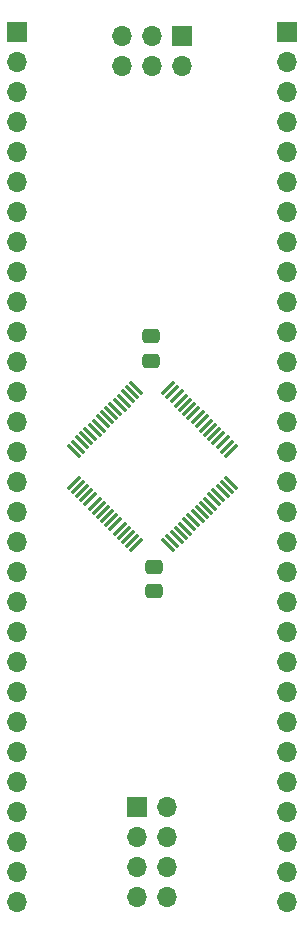
<source format=gbr>
%TF.GenerationSoftware,KiCad,Pcbnew,7.0.6-0*%
%TF.CreationDate,2023-07-25T21:46:34-07:00*%
%TF.ProjectId,84CP02,38344350-3032-42e6-9b69-6361645f7063,rev?*%
%TF.SameCoordinates,Original*%
%TF.FileFunction,Soldermask,Top*%
%TF.FilePolarity,Negative*%
%FSLAX46Y46*%
G04 Gerber Fmt 4.6, Leading zero omitted, Abs format (unit mm)*
G04 Created by KiCad (PCBNEW 7.0.6-0) date 2023-07-25 21:46:34*
%MOMM*%
%LPD*%
G01*
G04 APERTURE LIST*
G04 Aperture macros list*
%AMRoundRect*
0 Rectangle with rounded corners*
0 $1 Rounding radius*
0 $2 $3 $4 $5 $6 $7 $8 $9 X,Y pos of 4 corners*
0 Add a 4 corners polygon primitive as box body*
4,1,4,$2,$3,$4,$5,$6,$7,$8,$9,$2,$3,0*
0 Add four circle primitives for the rounded corners*
1,1,$1+$1,$2,$3*
1,1,$1+$1,$4,$5*
1,1,$1+$1,$6,$7*
1,1,$1+$1,$8,$9*
0 Add four rect primitives between the rounded corners*
20,1,$1+$1,$2,$3,$4,$5,0*
20,1,$1+$1,$4,$5,$6,$7,0*
20,1,$1+$1,$6,$7,$8,$9,0*
20,1,$1+$1,$8,$9,$2,$3,0*%
G04 Aperture macros list end*
%ADD10R,1.700000X1.700000*%
%ADD11O,1.700000X1.700000*%
%ADD12RoundRect,0.250000X-0.475000X0.337500X-0.475000X-0.337500X0.475000X-0.337500X0.475000X0.337500X0*%
%ADD13RoundRect,0.075000X-0.521491X0.415425X0.415425X-0.521491X0.521491X-0.415425X-0.415425X0.521491X0*%
%ADD14RoundRect,0.075000X-0.521491X-0.415425X-0.415425X-0.521491X0.521491X0.415425X0.415425X0.521491X0*%
G04 APERTURE END LIST*
D10*
%TO.C,J3*%
X145796000Y-122174000D03*
D11*
X148336000Y-122174000D03*
X145796000Y-124714000D03*
X148336000Y-124714000D03*
X145796000Y-127254000D03*
X148336000Y-127254000D03*
X145796000Y-129794000D03*
X148336000Y-129794000D03*
%TD*%
D10*
%TO.C,J4*%
X149606000Y-56896000D03*
D11*
X149606000Y-59436000D03*
X147066000Y-56896000D03*
X147066000Y-59436000D03*
X144526000Y-56896000D03*
X144526000Y-59436000D03*
%TD*%
D12*
%TO.C,C1*%
X146939000Y-82296000D03*
X146939000Y-84371000D03*
%TD*%
D13*
%TO.C,U1*%
X145713658Y-86689357D03*
X145360105Y-87042911D03*
X145006551Y-87396464D03*
X144652998Y-87750018D03*
X144299445Y-88103571D03*
X143945891Y-88457124D03*
X143592338Y-88810678D03*
X143238785Y-89164231D03*
X142885231Y-89517785D03*
X142531678Y-89871338D03*
X142178124Y-90224891D03*
X141824571Y-90578445D03*
X141471018Y-90931998D03*
X141117464Y-91285551D03*
X140763911Y-91639105D03*
X140410357Y-91992658D03*
D14*
X140410357Y-94697342D03*
X140763911Y-95050895D03*
X141117464Y-95404449D03*
X141471018Y-95758002D03*
X141824571Y-96111555D03*
X142178124Y-96465109D03*
X142531678Y-96818662D03*
X142885231Y-97172215D03*
X143238785Y-97525769D03*
X143592338Y-97879322D03*
X143945891Y-98232876D03*
X144299445Y-98586429D03*
X144652998Y-98939982D03*
X145006551Y-99293536D03*
X145360105Y-99647089D03*
X145713658Y-100000643D03*
D13*
X148418342Y-100000643D03*
X148771895Y-99647089D03*
X149125449Y-99293536D03*
X149479002Y-98939982D03*
X149832555Y-98586429D03*
X150186109Y-98232876D03*
X150539662Y-97879322D03*
X150893215Y-97525769D03*
X151246769Y-97172215D03*
X151600322Y-96818662D03*
X151953876Y-96465109D03*
X152307429Y-96111555D03*
X152660982Y-95758002D03*
X153014536Y-95404449D03*
X153368089Y-95050895D03*
X153721643Y-94697342D03*
D14*
X153721643Y-91992658D03*
X153368089Y-91639105D03*
X153014536Y-91285551D03*
X152660982Y-90931998D03*
X152307429Y-90578445D03*
X151953876Y-90224891D03*
X151600322Y-89871338D03*
X151246769Y-89517785D03*
X150893215Y-89164231D03*
X150539662Y-88810678D03*
X150186109Y-88457124D03*
X149832555Y-88103571D03*
X149479002Y-87750018D03*
X149125449Y-87396464D03*
X148771895Y-87042911D03*
X148418342Y-86689357D03*
%TD*%
D12*
%TO.C,C2*%
X147193000Y-101811000D03*
X147193000Y-103886000D03*
%TD*%
D10*
%TO.C,J1*%
X135636000Y-56515000D03*
D11*
X135636000Y-59055000D03*
X135636000Y-61595000D03*
X135636000Y-64135000D03*
X135636000Y-66675000D03*
X135636000Y-69215000D03*
X135636000Y-71755000D03*
X135636000Y-74295000D03*
X135636000Y-76835000D03*
X135636000Y-79375000D03*
X135636000Y-81915000D03*
X135636000Y-84455000D03*
X135636000Y-86995000D03*
X135636000Y-89535000D03*
X135636000Y-92075000D03*
X135636000Y-94615000D03*
X135636000Y-97155000D03*
X135636000Y-99695000D03*
X135636000Y-102235000D03*
X135636000Y-104775000D03*
X135636000Y-107315000D03*
X135636000Y-109855000D03*
X135636000Y-112395000D03*
X135636000Y-114935000D03*
X135636000Y-117475000D03*
X135636000Y-120015000D03*
X135636000Y-122555000D03*
X135636000Y-125095000D03*
X135636000Y-127635000D03*
X135636000Y-130175000D03*
%TD*%
D10*
%TO.C,J2*%
X158496000Y-56515000D03*
D11*
X158496000Y-59055000D03*
X158496000Y-61595000D03*
X158496000Y-64135000D03*
X158496000Y-66675000D03*
X158496000Y-69215000D03*
X158496000Y-71755000D03*
X158496000Y-74295000D03*
X158496000Y-76835000D03*
X158496000Y-79375000D03*
X158496000Y-81915000D03*
X158496000Y-84455000D03*
X158496000Y-86995000D03*
X158496000Y-89535000D03*
X158496000Y-92075000D03*
X158496000Y-94615000D03*
X158496000Y-97155000D03*
X158496000Y-99695000D03*
X158496000Y-102235000D03*
X158496000Y-104775000D03*
X158496000Y-107315000D03*
X158496000Y-109855000D03*
X158496000Y-112395000D03*
X158496000Y-114935000D03*
X158496000Y-117475000D03*
X158496000Y-120015000D03*
X158496000Y-122555000D03*
X158496000Y-125095000D03*
X158496000Y-127635000D03*
X158496000Y-130175000D03*
%TD*%
M02*

</source>
